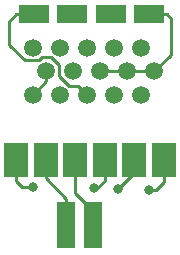
<source format=gtl>
G04 #@! TF.GenerationSoftware,KiCad,Pcbnew,(5.1.5)-3*
G04 #@! TF.CreationDate,2020-06-27T01:04:32-04:00*
G04 #@! TF.ProjectId,VGA_PANEL_BREAKOUT,5647415f-5041-44e4-954c-5f425245414b,rev?*
G04 #@! TF.SameCoordinates,Original*
G04 #@! TF.FileFunction,Copper,L1,Top*
G04 #@! TF.FilePolarity,Positive*
%FSLAX46Y46*%
G04 Gerber Fmt 4.6, Leading zero omitted, Abs format (unit mm)*
G04 Created by KiCad (PCBNEW (5.1.5)-3) date 2020-06-27 01:04:32*
%MOMM*%
%LPD*%
G04 APERTURE LIST*
%ADD10C,1.500000*%
%ADD11R,2.500000X1.500000*%
%ADD12R,1.500000X4.000000*%
%ADD13R,2.000000X3.000000*%
%ADD14C,0.800000*%
%ADD15C,0.250000*%
G04 APERTURE END LIST*
D10*
X166960000Y-96000000D03*
X165815000Y-94020000D03*
X163525000Y-94020000D03*
X161235000Y-94020000D03*
X158945000Y-94020000D03*
X156655000Y-94020000D03*
X164670000Y-96000000D03*
X162380000Y-96000000D03*
X160090000Y-96000000D03*
X157800000Y-96000000D03*
X165815000Y-97980000D03*
X163525000Y-97980000D03*
X161235000Y-97980000D03*
X158945000Y-97980000D03*
X156655000Y-97980000D03*
D11*
X166500000Y-91200000D03*
X163250000Y-91200000D03*
X160000000Y-91200000D03*
X156750000Y-91200000D03*
D12*
X161765000Y-109050000D03*
X159475000Y-109050000D03*
D13*
X167750000Y-103550000D03*
X165250000Y-103550000D03*
X162750000Y-103550000D03*
X160250000Y-103550000D03*
X157750000Y-103550000D03*
X155250000Y-103550000D03*
D14*
X156712347Y-105812347D03*
X163250000Y-91200000D03*
X166500000Y-106100000D03*
X160000000Y-91200000D03*
X163900000Y-106000000D03*
X161845153Y-105925010D03*
D15*
X166960000Y-96000000D02*
X162380000Y-96000000D01*
X168350010Y-91550010D02*
X168000000Y-91200000D01*
X166960000Y-96000000D02*
X168350010Y-94609990D01*
X168000000Y-91200000D02*
X166500000Y-91200000D01*
X168350010Y-94609990D02*
X168350010Y-91550010D01*
X157800000Y-96835000D02*
X156655000Y-97980000D01*
X157800000Y-96000000D02*
X157800000Y-96835000D01*
X155250000Y-105300000D02*
X155250000Y-103550000D01*
X155762347Y-105812347D02*
X155250000Y-105300000D01*
X156712347Y-105812347D02*
X155762347Y-105812347D01*
X167750000Y-105300000D02*
X167750000Y-103550000D01*
X167750000Y-105415685D02*
X167750000Y-105300000D01*
X167065685Y-106100000D02*
X167750000Y-105415685D01*
X166500000Y-106100000D02*
X167065685Y-106100000D01*
X165250000Y-104650000D02*
X165250000Y-103550000D01*
X163900000Y-106000000D02*
X165250000Y-104650000D01*
X155975013Y-95095001D02*
X154649990Y-93769978D01*
X154649990Y-93769978D02*
X154649990Y-91800010D01*
X157466002Y-94800000D02*
X157171001Y-95095001D01*
X158191002Y-94800000D02*
X157466002Y-94800000D01*
X158875001Y-95483999D02*
X158191002Y-94800000D01*
X155250000Y-91200000D02*
X156750000Y-91200000D01*
X158875001Y-96376003D02*
X158875001Y-95483999D01*
X154649990Y-91800010D02*
X155250000Y-91200000D01*
X159728999Y-97230001D02*
X158875001Y-96376003D01*
X160485001Y-97230001D02*
X159728999Y-97230001D01*
X157171001Y-95095001D02*
X155975013Y-95095001D01*
X161235000Y-97980000D02*
X160485001Y-97230001D01*
X162750000Y-103550000D02*
X162750000Y-105300000D01*
X162750000Y-105300000D02*
X162124990Y-105925010D01*
X162124990Y-105925010D02*
X161845153Y-105925010D01*
X160250000Y-106285000D02*
X160250000Y-105300000D01*
X160250000Y-105300000D02*
X160250000Y-103550000D01*
X161765000Y-109050000D02*
X161765000Y-107800000D01*
X161765000Y-107800000D02*
X160250000Y-106285000D01*
X159475000Y-109075000D02*
X159475000Y-109050000D01*
X157750000Y-105075000D02*
X157750000Y-103550000D01*
X159475000Y-109050000D02*
X159475000Y-106800000D01*
X159475000Y-106800000D02*
X157750000Y-105075000D01*
M02*

</source>
